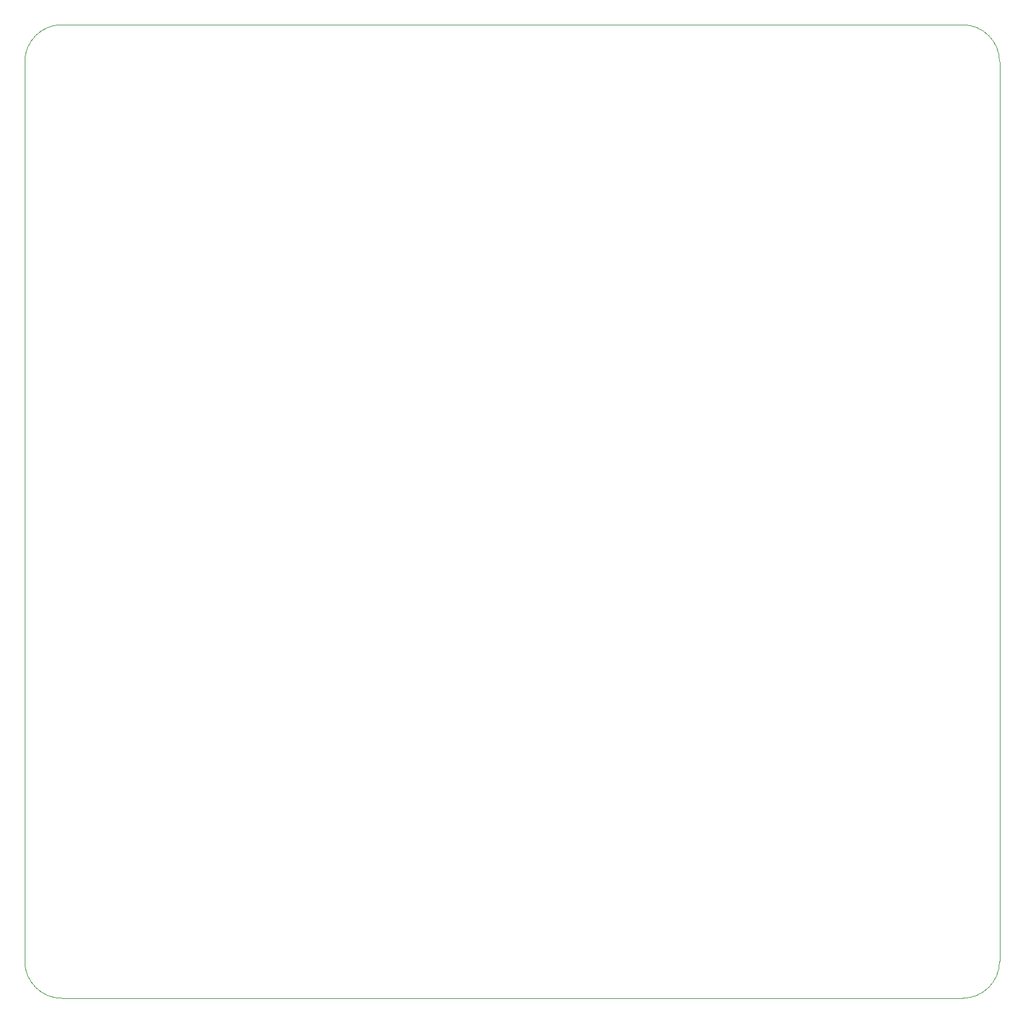
<source format=gbr>
%TF.GenerationSoftware,KiCad,Pcbnew,7.0.5*%
%TF.CreationDate,2023-12-17T20:27:19+02:00*%
%TF.ProjectId,PS2 Board,50533220-426f-4617-9264-2e6b69636164,rev?*%
%TF.SameCoordinates,Original*%
%TF.FileFunction,Profile,NP*%
%FSLAX46Y46*%
G04 Gerber Fmt 4.6, Leading zero omitted, Abs format (unit mm)*
G04 Created by KiCad (PCBNEW 7.0.5) date 2023-12-17 20:27:19*
%MOMM*%
%LPD*%
G01*
G04 APERTURE LIST*
%TA.AperFunction,Profile*%
%ADD10C,0.100000*%
%TD*%
G04 APERTURE END LIST*
D10*
X53975000Y-31115000D02*
X177292000Y-31115000D01*
X177292000Y-164465000D02*
G75*
G03*
X182372000Y-159385000I0J5080000D01*
G01*
X48895000Y-159385000D02*
G75*
G03*
X53975000Y-164465000I5080000J0D01*
G01*
X53975000Y-31115000D02*
G75*
G03*
X48895000Y-36195000I0J-5080000D01*
G01*
X182372000Y-159385000D02*
X182372000Y-36195000D01*
X48895000Y-159385000D02*
X48895000Y-36195000D01*
X182372000Y-36195000D02*
G75*
G03*
X177292000Y-31115000I-5080000J0D01*
G01*
X53975000Y-164465000D02*
X177292000Y-164465000D01*
M02*

</source>
